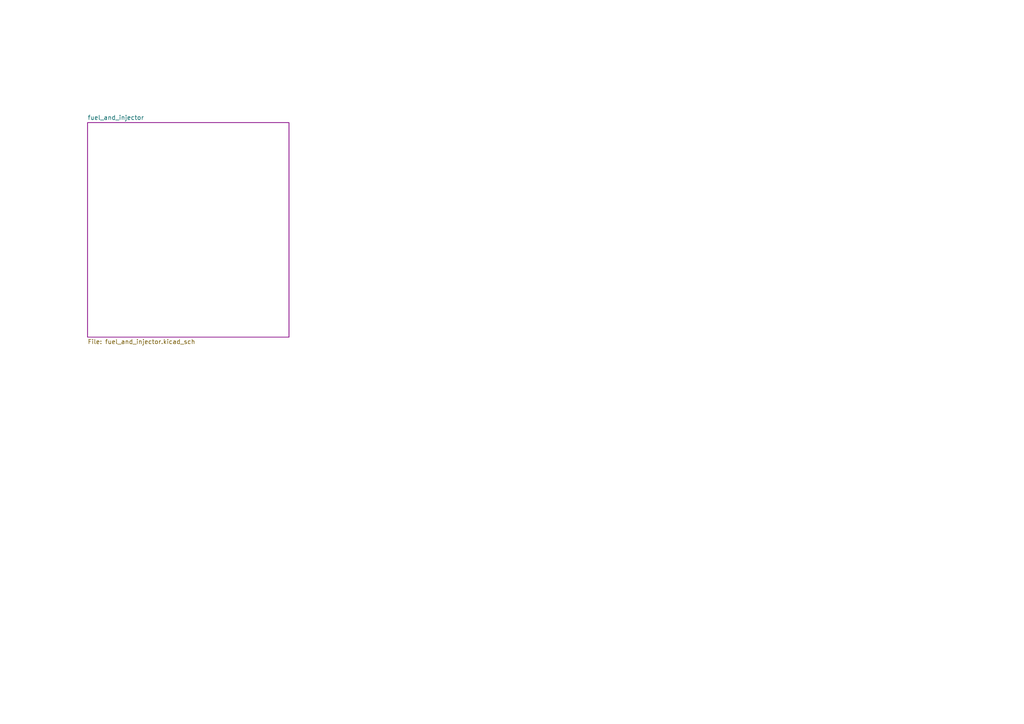
<source format=kicad_sch>
(kicad_sch (version 20210621) (generator eeschema)
  (paper "A4")
  (lib_symbols)
  (sheet (at 25.4 35.56) (size 58.42 62.23) (stroke (width 0.1524) (color 132 0 132 1)) (fill (color 255 255 255 0.0000))
    (property "Nom feuille" "fuel_and_injector" (at 25.4 34.8484 0) (effects (justify left bottom)))
    (property "Fichier de feuille" "fuel_and_injector.kicad_sch" (at 25.4 98.3746 0) (effects (justify left top)))
  )
)
</source>
